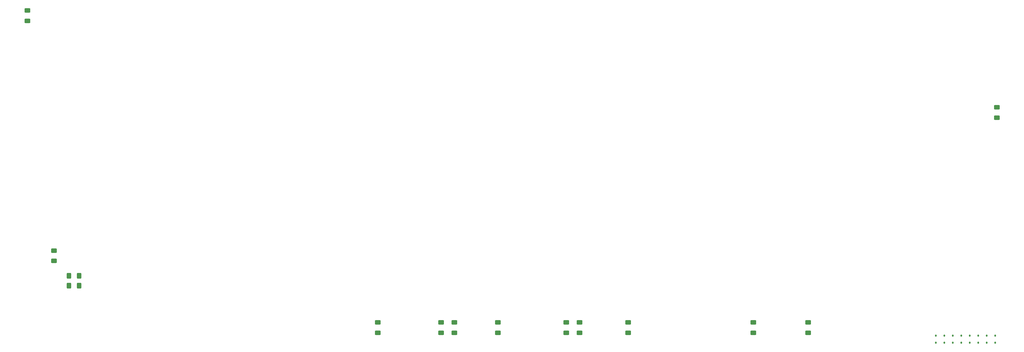
<source format=gbr>
%TF.GenerationSoftware,KiCad,Pcbnew,7.0.6*%
%TF.CreationDate,2023-08-24T23:01:39+03:00*%
%TF.ProjectId,P0101kbd,50303130-316b-4626-942e-6b696361645f,rev?*%
%TF.SameCoordinates,Original*%
%TF.FileFunction,Paste,Bot*%
%TF.FilePolarity,Positive*%
%FSLAX46Y46*%
G04 Gerber Fmt 4.6, Leading zero omitted, Abs format (unit mm)*
G04 Created by KiCad (PCBNEW 7.0.6) date 2023-08-24 23:01:39*
%MOMM*%
%LPD*%
G01*
G04 APERTURE LIST*
G04 Aperture macros list*
%AMRoundRect*
0 Rectangle with rounded corners*
0 $1 Rounding radius*
0 $2 $3 $4 $5 $6 $7 $8 $9 X,Y pos of 4 corners*
0 Add a 4 corners polygon primitive as box body*
4,1,4,$2,$3,$4,$5,$6,$7,$8,$9,$2,$3,0*
0 Add four circle primitives for the rounded corners*
1,1,$1+$1,$2,$3*
1,1,$1+$1,$4,$5*
1,1,$1+$1,$6,$7*
1,1,$1+$1,$8,$9*
0 Add four rect primitives between the rounded corners*
20,1,$1+$1,$2,$3,$4,$5,0*
20,1,$1+$1,$4,$5,$6,$7,0*
20,1,$1+$1,$6,$7,$8,$9,0*
20,1,$1+$1,$8,$9,$2,$3,0*%
G04 Aperture macros list end*
%ADD10RoundRect,0.112500X0.112500X-0.187500X0.112500X0.187500X-0.112500X0.187500X-0.112500X-0.187500X0*%
%ADD11RoundRect,0.250000X0.625000X-0.400000X0.625000X0.400000X-0.625000X0.400000X-0.625000X-0.400000X0*%
%ADD12RoundRect,0.250000X-0.625000X0.400000X-0.625000X-0.400000X0.625000X-0.400000X0.625000X0.400000X0*%
%ADD13RoundRect,0.250000X-0.400000X-0.625000X0.400000X-0.625000X0.400000X0.625000X-0.400000X0.625000X0*%
G04 APERTURE END LIST*
D10*
%TO.C,D2*%
X310896000Y-128050000D03*
X310896000Y-125950000D03*
%TD*%
D11*
%TO.C,R13*%
X39000000Y-103550000D03*
X39000000Y-100450000D03*
%TD*%
%TO.C,R11*%
X265000000Y-125100000D03*
X265000000Y-122000000D03*
%TD*%
D12*
%TO.C,R3*%
X211000000Y-122000000D03*
X211000000Y-125100000D03*
%TD*%
D10*
%TO.C,D8*%
X305816000Y-128050000D03*
X305816000Y-125950000D03*
%TD*%
D12*
%TO.C,R5*%
X248500000Y-122000000D03*
X248500000Y-125100000D03*
%TD*%
D10*
%TO.C,D6*%
X321056000Y-128050000D03*
X321056000Y-125950000D03*
%TD*%
D13*
%TO.C,R12*%
X43450000Y-111000000D03*
X46550000Y-111000000D03*
%TD*%
%TO.C,R10*%
X43450000Y-108000000D03*
X46550000Y-108000000D03*
%TD*%
D12*
%TO.C,R1*%
X192500000Y-122000000D03*
X192500000Y-125100000D03*
%TD*%
%TO.C,R2*%
X155000000Y-122000000D03*
X155000000Y-125100000D03*
%TD*%
%TO.C,R6*%
X136000000Y-122000000D03*
X136000000Y-125100000D03*
%TD*%
%TO.C,R7*%
X159000000Y-122000000D03*
X159000000Y-125100000D03*
%TD*%
D11*
%TO.C,R14*%
X321500000Y-60550000D03*
X321500000Y-57450000D03*
%TD*%
D10*
%TO.C,D3*%
X313436000Y-128050000D03*
X313436000Y-125950000D03*
%TD*%
%TO.C,D1*%
X308356000Y-128050000D03*
X308356000Y-125950000D03*
%TD*%
%TO.C,D7*%
X303276000Y-128050000D03*
X303276000Y-125950000D03*
%TD*%
%TO.C,D4*%
X315976000Y-128050000D03*
X315976000Y-125950000D03*
%TD*%
%TO.C,D5*%
X318516000Y-128050000D03*
X318516000Y-125950000D03*
%TD*%
D12*
%TO.C,R4*%
X196500000Y-122000000D03*
X196500000Y-125100000D03*
%TD*%
D11*
%TO.C,R9*%
X31000000Y-31550000D03*
X31000000Y-28450000D03*
%TD*%
D12*
%TO.C,R8*%
X172000000Y-122000000D03*
X172000000Y-125100000D03*
%TD*%
M02*

</source>
